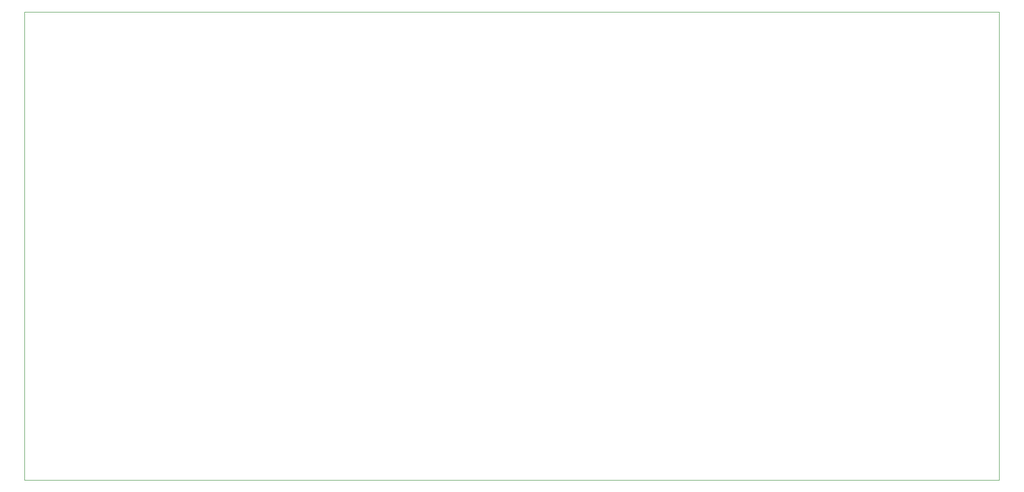
<source format=gm1>
%TF.GenerationSoftware,KiCad,Pcbnew,(5.1.10)-1*%
%TF.CreationDate,2021-05-31T17:59:25+02:00*%
%TF.ProjectId,pimoco,70696d6f-636f-42e6-9b69-6361645f7063,rev?*%
%TF.SameCoordinates,Original*%
%TF.FileFunction,Profile,NP*%
%FSLAX46Y46*%
G04 Gerber Fmt 4.6, Leading zero omitted, Abs format (unit mm)*
G04 Created by KiCad (PCBNEW (5.1.10)-1) date 2021-05-31 17:59:25*
%MOMM*%
%LPD*%
G01*
G04 APERTURE LIST*
%TA.AperFunction,Profile*%
%ADD10C,0.100000*%
%TD*%
G04 APERTURE END LIST*
D10*
X234442000Y-60706000D02*
X234442000Y-143510000D01*
X62230000Y-60706000D02*
X234442000Y-60706000D01*
X62230000Y-143510000D02*
X62230000Y-60706000D01*
X234442000Y-143510000D02*
X62230000Y-143510000D01*
M02*

</source>
